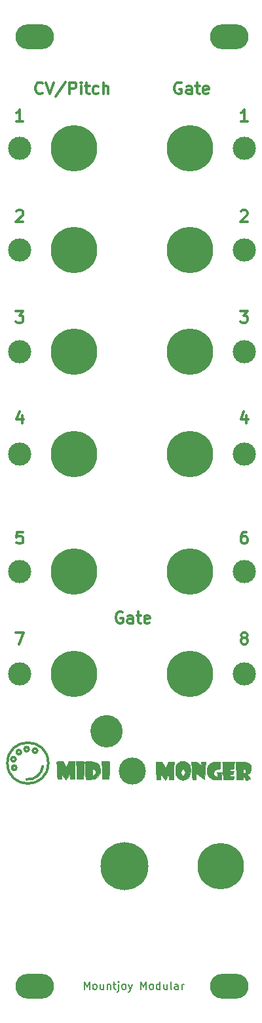
<source format=gbr>
G04 #@! TF.GenerationSoftware,KiCad,Pcbnew,8.0.4*
G04 #@! TF.CreationDate,2024-08-06T17:15:24+01:00*
G04 #@! TF.ProjectId,MidiMonger_panel,4d696469-4d6f-46e6-9765-725f70616e65,rev?*
G04 #@! TF.SameCoordinates,Original*
G04 #@! TF.FileFunction,Soldermask,Top*
G04 #@! TF.FilePolarity,Negative*
%FSLAX46Y46*%
G04 Gerber Fmt 4.6, Leading zero omitted, Abs format (unit mm)*
G04 Created by KiCad (PCBNEW 8.0.4) date 2024-08-06 17:15:24*
%MOMM*%
%LPD*%
G01*
G04 APERTURE LIST*
%ADD10C,0.300000*%
%ADD11C,0.200000*%
%ADD12C,2.074846*%
%ADD13C,0.020000*%
%ADD14C,0.010000*%
%ADD15C,6.200000*%
%ADD16C,6.000000*%
%ADD17O,5.000000X3.200000*%
%ADD18C,3.500000*%
%ADD19C,3.000000*%
G04 APERTURE END LIST*
D10*
X105048300Y-132304622D02*
G75*
G02*
X104482614Y-132304622I-282843J0D01*
G01*
X104482614Y-132304622D02*
G75*
G02*
X105048300Y-132304622I282843J0D01*
G01*
X107748300Y-130104622D02*
G75*
G02*
X107182614Y-130104622I-282843J0D01*
G01*
X107182614Y-130104622D02*
G75*
G02*
X107748300Y-130104622I282843J0D01*
G01*
X106648300Y-129904622D02*
G75*
G02*
X106082614Y-129904622I-282843J0D01*
G01*
X106082614Y-129904622D02*
G75*
G02*
X106648300Y-129904622I282843J0D01*
G01*
X105648300Y-130304622D02*
G75*
G02*
X105082614Y-130304622I-282843J0D01*
G01*
X105082614Y-130304622D02*
G75*
G02*
X105648300Y-130304622I282843J0D01*
G01*
X118742857Y-112249757D02*
X118600000Y-112178328D01*
X118600000Y-112178328D02*
X118385714Y-112178328D01*
X118385714Y-112178328D02*
X118171428Y-112249757D01*
X118171428Y-112249757D02*
X118028571Y-112392614D01*
X118028571Y-112392614D02*
X117957142Y-112535471D01*
X117957142Y-112535471D02*
X117885714Y-112821185D01*
X117885714Y-112821185D02*
X117885714Y-113035471D01*
X117885714Y-113035471D02*
X117957142Y-113321185D01*
X117957142Y-113321185D02*
X118028571Y-113464042D01*
X118028571Y-113464042D02*
X118171428Y-113606900D01*
X118171428Y-113606900D02*
X118385714Y-113678328D01*
X118385714Y-113678328D02*
X118528571Y-113678328D01*
X118528571Y-113678328D02*
X118742857Y-113606900D01*
X118742857Y-113606900D02*
X118814285Y-113535471D01*
X118814285Y-113535471D02*
X118814285Y-113035471D01*
X118814285Y-113035471D02*
X118528571Y-113035471D01*
X120100000Y-113678328D02*
X120100000Y-112892614D01*
X120100000Y-112892614D02*
X120028571Y-112749757D01*
X120028571Y-112749757D02*
X119885714Y-112678328D01*
X119885714Y-112678328D02*
X119600000Y-112678328D01*
X119600000Y-112678328D02*
X119457142Y-112749757D01*
X120100000Y-113606900D02*
X119957142Y-113678328D01*
X119957142Y-113678328D02*
X119600000Y-113678328D01*
X119600000Y-113678328D02*
X119457142Y-113606900D01*
X119457142Y-113606900D02*
X119385714Y-113464042D01*
X119385714Y-113464042D02*
X119385714Y-113321185D01*
X119385714Y-113321185D02*
X119457142Y-113178328D01*
X119457142Y-113178328D02*
X119600000Y-113106900D01*
X119600000Y-113106900D02*
X119957142Y-113106900D01*
X119957142Y-113106900D02*
X120100000Y-113035471D01*
X120600000Y-112678328D02*
X121171428Y-112678328D01*
X120814285Y-112178328D02*
X120814285Y-113464042D01*
X120814285Y-113464042D02*
X120885714Y-113606900D01*
X120885714Y-113606900D02*
X121028571Y-113678328D01*
X121028571Y-113678328D02*
X121171428Y-113678328D01*
X122242857Y-113606900D02*
X122100000Y-113678328D01*
X122100000Y-113678328D02*
X121814286Y-113678328D01*
X121814286Y-113678328D02*
X121671428Y-113606900D01*
X121671428Y-113606900D02*
X121600000Y-113464042D01*
X121600000Y-113464042D02*
X121600000Y-112892614D01*
X121600000Y-112892614D02*
X121671428Y-112749757D01*
X121671428Y-112749757D02*
X121814286Y-112678328D01*
X121814286Y-112678328D02*
X122100000Y-112678328D01*
X122100000Y-112678328D02*
X122242857Y-112749757D01*
X122242857Y-112749757D02*
X122314286Y-112892614D01*
X122314286Y-112892614D02*
X122314286Y-113035471D01*
X122314286Y-113035471D02*
X121600000Y-113178328D01*
X108465457Y-132104622D02*
G75*
G02*
X106365457Y-133804622I-1900000J200000D01*
G01*
X104948300Y-131204622D02*
G75*
G02*
X104382614Y-131204622I-282843J0D01*
G01*
X104382614Y-131204622D02*
G75*
G02*
X104948300Y-131204622I282843J0D01*
G01*
X109165458Y-131704622D02*
G75*
G02*
X103885306Y-131704622I-2640076J0D01*
G01*
X103885306Y-131704622D02*
G75*
G02*
X109165458Y-131704622I2640076J0D01*
G01*
X126342857Y-43949757D02*
X126200000Y-43878328D01*
X126200000Y-43878328D02*
X125985714Y-43878328D01*
X125985714Y-43878328D02*
X125771428Y-43949757D01*
X125771428Y-43949757D02*
X125628571Y-44092614D01*
X125628571Y-44092614D02*
X125557142Y-44235471D01*
X125557142Y-44235471D02*
X125485714Y-44521185D01*
X125485714Y-44521185D02*
X125485714Y-44735471D01*
X125485714Y-44735471D02*
X125557142Y-45021185D01*
X125557142Y-45021185D02*
X125628571Y-45164042D01*
X125628571Y-45164042D02*
X125771428Y-45306900D01*
X125771428Y-45306900D02*
X125985714Y-45378328D01*
X125985714Y-45378328D02*
X126128571Y-45378328D01*
X126128571Y-45378328D02*
X126342857Y-45306900D01*
X126342857Y-45306900D02*
X126414285Y-45235471D01*
X126414285Y-45235471D02*
X126414285Y-44735471D01*
X126414285Y-44735471D02*
X126128571Y-44735471D01*
X127700000Y-45378328D02*
X127700000Y-44592614D01*
X127700000Y-44592614D02*
X127628571Y-44449757D01*
X127628571Y-44449757D02*
X127485714Y-44378328D01*
X127485714Y-44378328D02*
X127200000Y-44378328D01*
X127200000Y-44378328D02*
X127057142Y-44449757D01*
X127700000Y-45306900D02*
X127557142Y-45378328D01*
X127557142Y-45378328D02*
X127200000Y-45378328D01*
X127200000Y-45378328D02*
X127057142Y-45306900D01*
X127057142Y-45306900D02*
X126985714Y-45164042D01*
X126985714Y-45164042D02*
X126985714Y-45021185D01*
X126985714Y-45021185D02*
X127057142Y-44878328D01*
X127057142Y-44878328D02*
X127200000Y-44806900D01*
X127200000Y-44806900D02*
X127557142Y-44806900D01*
X127557142Y-44806900D02*
X127700000Y-44735471D01*
X128200000Y-44378328D02*
X128771428Y-44378328D01*
X128414285Y-43878328D02*
X128414285Y-45164042D01*
X128414285Y-45164042D02*
X128485714Y-45306900D01*
X128485714Y-45306900D02*
X128628571Y-45378328D01*
X128628571Y-45378328D02*
X128771428Y-45378328D01*
X129842857Y-45306900D02*
X129700000Y-45378328D01*
X129700000Y-45378328D02*
X129414286Y-45378328D01*
X129414286Y-45378328D02*
X129271428Y-45306900D01*
X129271428Y-45306900D02*
X129200000Y-45164042D01*
X129200000Y-45164042D02*
X129200000Y-44592614D01*
X129200000Y-44592614D02*
X129271428Y-44449757D01*
X129271428Y-44449757D02*
X129414286Y-44378328D01*
X129414286Y-44378328D02*
X129700000Y-44378328D01*
X129700000Y-44378328D02*
X129842857Y-44449757D01*
X129842857Y-44449757D02*
X129914286Y-44592614D01*
X129914286Y-44592614D02*
X129914286Y-44735471D01*
X129914286Y-44735471D02*
X129200000Y-44878328D01*
X108428571Y-45235471D02*
X108357143Y-45306900D01*
X108357143Y-45306900D02*
X108142857Y-45378328D01*
X108142857Y-45378328D02*
X108000000Y-45378328D01*
X108000000Y-45378328D02*
X107785714Y-45306900D01*
X107785714Y-45306900D02*
X107642857Y-45164042D01*
X107642857Y-45164042D02*
X107571428Y-45021185D01*
X107571428Y-45021185D02*
X107500000Y-44735471D01*
X107500000Y-44735471D02*
X107500000Y-44521185D01*
X107500000Y-44521185D02*
X107571428Y-44235471D01*
X107571428Y-44235471D02*
X107642857Y-44092614D01*
X107642857Y-44092614D02*
X107785714Y-43949757D01*
X107785714Y-43949757D02*
X108000000Y-43878328D01*
X108000000Y-43878328D02*
X108142857Y-43878328D01*
X108142857Y-43878328D02*
X108357143Y-43949757D01*
X108357143Y-43949757D02*
X108428571Y-44021185D01*
X108857143Y-43878328D02*
X109357143Y-45378328D01*
X109357143Y-45378328D02*
X109857143Y-43878328D01*
X111428571Y-43806900D02*
X110142857Y-45735471D01*
X111928571Y-45378328D02*
X111928571Y-43878328D01*
X111928571Y-43878328D02*
X112500000Y-43878328D01*
X112500000Y-43878328D02*
X112642857Y-43949757D01*
X112642857Y-43949757D02*
X112714286Y-44021185D01*
X112714286Y-44021185D02*
X112785714Y-44164042D01*
X112785714Y-44164042D02*
X112785714Y-44378328D01*
X112785714Y-44378328D02*
X112714286Y-44521185D01*
X112714286Y-44521185D02*
X112642857Y-44592614D01*
X112642857Y-44592614D02*
X112500000Y-44664042D01*
X112500000Y-44664042D02*
X111928571Y-44664042D01*
X113428571Y-45378328D02*
X113428571Y-44378328D01*
X113428571Y-43878328D02*
X113357143Y-43949757D01*
X113357143Y-43949757D02*
X113428571Y-44021185D01*
X113428571Y-44021185D02*
X113500000Y-43949757D01*
X113500000Y-43949757D02*
X113428571Y-43878328D01*
X113428571Y-43878328D02*
X113428571Y-44021185D01*
X113928572Y-44378328D02*
X114500000Y-44378328D01*
X114142857Y-43878328D02*
X114142857Y-45164042D01*
X114142857Y-45164042D02*
X114214286Y-45306900D01*
X114214286Y-45306900D02*
X114357143Y-45378328D01*
X114357143Y-45378328D02*
X114500000Y-45378328D01*
X115642858Y-45306900D02*
X115500000Y-45378328D01*
X115500000Y-45378328D02*
X115214286Y-45378328D01*
X115214286Y-45378328D02*
X115071429Y-45306900D01*
X115071429Y-45306900D02*
X115000000Y-45235471D01*
X115000000Y-45235471D02*
X114928572Y-45092614D01*
X114928572Y-45092614D02*
X114928572Y-44664042D01*
X114928572Y-44664042D02*
X115000000Y-44521185D01*
X115000000Y-44521185D02*
X115071429Y-44449757D01*
X115071429Y-44449757D02*
X115214286Y-44378328D01*
X115214286Y-44378328D02*
X115500000Y-44378328D01*
X115500000Y-44378328D02*
X115642858Y-44449757D01*
X116285714Y-45378328D02*
X116285714Y-43878328D01*
X116928572Y-45378328D02*
X116928572Y-44592614D01*
X116928572Y-44592614D02*
X116857143Y-44449757D01*
X116857143Y-44449757D02*
X116714286Y-44378328D01*
X116714286Y-44378328D02*
X116500000Y-44378328D01*
X116500000Y-44378328D02*
X116357143Y-44449757D01*
X116357143Y-44449757D02*
X116285714Y-44521185D01*
X134785715Y-101878328D02*
X134500000Y-101878328D01*
X134500000Y-101878328D02*
X134357143Y-101949757D01*
X134357143Y-101949757D02*
X134285715Y-102021185D01*
X134285715Y-102021185D02*
X134142857Y-102235471D01*
X134142857Y-102235471D02*
X134071429Y-102521185D01*
X134071429Y-102521185D02*
X134071429Y-103092614D01*
X134071429Y-103092614D02*
X134142857Y-103235471D01*
X134142857Y-103235471D02*
X134214286Y-103306900D01*
X134214286Y-103306900D02*
X134357143Y-103378328D01*
X134357143Y-103378328D02*
X134642857Y-103378328D01*
X134642857Y-103378328D02*
X134785715Y-103306900D01*
X134785715Y-103306900D02*
X134857143Y-103235471D01*
X134857143Y-103235471D02*
X134928572Y-103092614D01*
X134928572Y-103092614D02*
X134928572Y-102735471D01*
X134928572Y-102735471D02*
X134857143Y-102592614D01*
X134857143Y-102592614D02*
X134785715Y-102521185D01*
X134785715Y-102521185D02*
X134642857Y-102449757D01*
X134642857Y-102449757D02*
X134357143Y-102449757D01*
X134357143Y-102449757D02*
X134214286Y-102521185D01*
X134214286Y-102521185D02*
X134142857Y-102592614D01*
X134142857Y-102592614D02*
X134071429Y-102735471D01*
X134357143Y-115521185D02*
X134214286Y-115449757D01*
X134214286Y-115449757D02*
X134142857Y-115378328D01*
X134142857Y-115378328D02*
X134071429Y-115235471D01*
X134071429Y-115235471D02*
X134071429Y-115164042D01*
X134071429Y-115164042D02*
X134142857Y-115021185D01*
X134142857Y-115021185D02*
X134214286Y-114949757D01*
X134214286Y-114949757D02*
X134357143Y-114878328D01*
X134357143Y-114878328D02*
X134642857Y-114878328D01*
X134642857Y-114878328D02*
X134785715Y-114949757D01*
X134785715Y-114949757D02*
X134857143Y-115021185D01*
X134857143Y-115021185D02*
X134928572Y-115164042D01*
X134928572Y-115164042D02*
X134928572Y-115235471D01*
X134928572Y-115235471D02*
X134857143Y-115378328D01*
X134857143Y-115378328D02*
X134785715Y-115449757D01*
X134785715Y-115449757D02*
X134642857Y-115521185D01*
X134642857Y-115521185D02*
X134357143Y-115521185D01*
X134357143Y-115521185D02*
X134214286Y-115592614D01*
X134214286Y-115592614D02*
X134142857Y-115664042D01*
X134142857Y-115664042D02*
X134071429Y-115806900D01*
X134071429Y-115806900D02*
X134071429Y-116092614D01*
X134071429Y-116092614D02*
X134142857Y-116235471D01*
X134142857Y-116235471D02*
X134214286Y-116306900D01*
X134214286Y-116306900D02*
X134357143Y-116378328D01*
X134357143Y-116378328D02*
X134642857Y-116378328D01*
X134642857Y-116378328D02*
X134785715Y-116306900D01*
X134785715Y-116306900D02*
X134857143Y-116235471D01*
X134857143Y-116235471D02*
X134928572Y-116092614D01*
X134928572Y-116092614D02*
X134928572Y-115806900D01*
X134928572Y-115806900D02*
X134857143Y-115664042D01*
X134857143Y-115664042D02*
X134785715Y-115592614D01*
X134785715Y-115592614D02*
X134642857Y-115521185D01*
X105000000Y-114878328D02*
X106000000Y-114878328D01*
X106000000Y-114878328D02*
X105357143Y-116378328D01*
X105857143Y-101878328D02*
X105142857Y-101878328D01*
X105142857Y-101878328D02*
X105071429Y-102592614D01*
X105071429Y-102592614D02*
X105142857Y-102521185D01*
X105142857Y-102521185D02*
X105285715Y-102449757D01*
X105285715Y-102449757D02*
X105642857Y-102449757D01*
X105642857Y-102449757D02*
X105785715Y-102521185D01*
X105785715Y-102521185D02*
X105857143Y-102592614D01*
X105857143Y-102592614D02*
X105928572Y-102735471D01*
X105928572Y-102735471D02*
X105928572Y-103092614D01*
X105928572Y-103092614D02*
X105857143Y-103235471D01*
X105857143Y-103235471D02*
X105785715Y-103306900D01*
X105785715Y-103306900D02*
X105642857Y-103378328D01*
X105642857Y-103378328D02*
X105285715Y-103378328D01*
X105285715Y-103378328D02*
X105142857Y-103306900D01*
X105142857Y-103306900D02*
X105071429Y-103235471D01*
X134785715Y-86878328D02*
X134785715Y-87878328D01*
X134428572Y-86306900D02*
X134071429Y-87378328D01*
X134071429Y-87378328D02*
X135000000Y-87378328D01*
X134000000Y-73378328D02*
X134928572Y-73378328D01*
X134928572Y-73378328D02*
X134428572Y-73949757D01*
X134428572Y-73949757D02*
X134642857Y-73949757D01*
X134642857Y-73949757D02*
X134785715Y-74021185D01*
X134785715Y-74021185D02*
X134857143Y-74092614D01*
X134857143Y-74092614D02*
X134928572Y-74235471D01*
X134928572Y-74235471D02*
X134928572Y-74592614D01*
X134928572Y-74592614D02*
X134857143Y-74735471D01*
X134857143Y-74735471D02*
X134785715Y-74806900D01*
X134785715Y-74806900D02*
X134642857Y-74878328D01*
X134642857Y-74878328D02*
X134214286Y-74878328D01*
X134214286Y-74878328D02*
X134071429Y-74806900D01*
X134071429Y-74806900D02*
X134000000Y-74735471D01*
X134071429Y-60521185D02*
X134142857Y-60449757D01*
X134142857Y-60449757D02*
X134285715Y-60378328D01*
X134285715Y-60378328D02*
X134642857Y-60378328D01*
X134642857Y-60378328D02*
X134785715Y-60449757D01*
X134785715Y-60449757D02*
X134857143Y-60521185D01*
X134857143Y-60521185D02*
X134928572Y-60664042D01*
X134928572Y-60664042D02*
X134928572Y-60806900D01*
X134928572Y-60806900D02*
X134857143Y-61021185D01*
X134857143Y-61021185D02*
X134000000Y-61878328D01*
X134000000Y-61878328D02*
X134928572Y-61878328D01*
X105785715Y-86878328D02*
X105785715Y-87878328D01*
X105428572Y-86306900D02*
X105071429Y-87378328D01*
X105071429Y-87378328D02*
X106000000Y-87378328D01*
X105000000Y-73378328D02*
X105928572Y-73378328D01*
X105928572Y-73378328D02*
X105428572Y-73949757D01*
X105428572Y-73949757D02*
X105642857Y-73949757D01*
X105642857Y-73949757D02*
X105785715Y-74021185D01*
X105785715Y-74021185D02*
X105857143Y-74092614D01*
X105857143Y-74092614D02*
X105928572Y-74235471D01*
X105928572Y-74235471D02*
X105928572Y-74592614D01*
X105928572Y-74592614D02*
X105857143Y-74735471D01*
X105857143Y-74735471D02*
X105785715Y-74806900D01*
X105785715Y-74806900D02*
X105642857Y-74878328D01*
X105642857Y-74878328D02*
X105214286Y-74878328D01*
X105214286Y-74878328D02*
X105071429Y-74806900D01*
X105071429Y-74806900D02*
X105000000Y-74735471D01*
X105071429Y-60521185D02*
X105142857Y-60449757D01*
X105142857Y-60449757D02*
X105285715Y-60378328D01*
X105285715Y-60378328D02*
X105642857Y-60378328D01*
X105642857Y-60378328D02*
X105785715Y-60449757D01*
X105785715Y-60449757D02*
X105857143Y-60521185D01*
X105857143Y-60521185D02*
X105928572Y-60664042D01*
X105928572Y-60664042D02*
X105928572Y-60806900D01*
X105928572Y-60806900D02*
X105857143Y-61021185D01*
X105857143Y-61021185D02*
X105000000Y-61878328D01*
X105000000Y-61878328D02*
X105928572Y-61878328D01*
X134928572Y-48878328D02*
X134071429Y-48878328D01*
X134500000Y-48878328D02*
X134500000Y-47378328D01*
X134500000Y-47378328D02*
X134357143Y-47592614D01*
X134357143Y-47592614D02*
X134214286Y-47735471D01*
X134214286Y-47735471D02*
X134071429Y-47806900D01*
X105928572Y-48878328D02*
X105071429Y-48878328D01*
X105500000Y-48878328D02*
X105500000Y-47378328D01*
X105500000Y-47378328D02*
X105357143Y-47592614D01*
X105357143Y-47592614D02*
X105214286Y-47735471D01*
X105214286Y-47735471D02*
X105071429Y-47806900D01*
D11*
X113819047Y-160902219D02*
X113819047Y-159902219D01*
X113819047Y-159902219D02*
X114152380Y-160616504D01*
X114152380Y-160616504D02*
X114485713Y-159902219D01*
X114485713Y-159902219D02*
X114485713Y-160902219D01*
X115104761Y-160902219D02*
X115009523Y-160854600D01*
X115009523Y-160854600D02*
X114961904Y-160806980D01*
X114961904Y-160806980D02*
X114914285Y-160711742D01*
X114914285Y-160711742D02*
X114914285Y-160426028D01*
X114914285Y-160426028D02*
X114961904Y-160330790D01*
X114961904Y-160330790D02*
X115009523Y-160283171D01*
X115009523Y-160283171D02*
X115104761Y-160235552D01*
X115104761Y-160235552D02*
X115247618Y-160235552D01*
X115247618Y-160235552D02*
X115342856Y-160283171D01*
X115342856Y-160283171D02*
X115390475Y-160330790D01*
X115390475Y-160330790D02*
X115438094Y-160426028D01*
X115438094Y-160426028D02*
X115438094Y-160711742D01*
X115438094Y-160711742D02*
X115390475Y-160806980D01*
X115390475Y-160806980D02*
X115342856Y-160854600D01*
X115342856Y-160854600D02*
X115247618Y-160902219D01*
X115247618Y-160902219D02*
X115104761Y-160902219D01*
X116295237Y-160235552D02*
X116295237Y-160902219D01*
X115866666Y-160235552D02*
X115866666Y-160759361D01*
X115866666Y-160759361D02*
X115914285Y-160854600D01*
X115914285Y-160854600D02*
X116009523Y-160902219D01*
X116009523Y-160902219D02*
X116152380Y-160902219D01*
X116152380Y-160902219D02*
X116247618Y-160854600D01*
X116247618Y-160854600D02*
X116295237Y-160806980D01*
X116771428Y-160235552D02*
X116771428Y-160902219D01*
X116771428Y-160330790D02*
X116819047Y-160283171D01*
X116819047Y-160283171D02*
X116914285Y-160235552D01*
X116914285Y-160235552D02*
X117057142Y-160235552D01*
X117057142Y-160235552D02*
X117152380Y-160283171D01*
X117152380Y-160283171D02*
X117199999Y-160378409D01*
X117199999Y-160378409D02*
X117199999Y-160902219D01*
X117533333Y-160235552D02*
X117914285Y-160235552D01*
X117676190Y-159902219D02*
X117676190Y-160759361D01*
X117676190Y-160759361D02*
X117723809Y-160854600D01*
X117723809Y-160854600D02*
X117819047Y-160902219D01*
X117819047Y-160902219D02*
X117914285Y-160902219D01*
X118247619Y-160235552D02*
X118247619Y-161092695D01*
X118247619Y-161092695D02*
X118200000Y-161187933D01*
X118200000Y-161187933D02*
X118104762Y-161235552D01*
X118104762Y-161235552D02*
X118057143Y-161235552D01*
X118247619Y-159902219D02*
X118200000Y-159949838D01*
X118200000Y-159949838D02*
X118247619Y-159997457D01*
X118247619Y-159997457D02*
X118295238Y-159949838D01*
X118295238Y-159949838D02*
X118247619Y-159902219D01*
X118247619Y-159902219D02*
X118247619Y-159997457D01*
X118866666Y-160902219D02*
X118771428Y-160854600D01*
X118771428Y-160854600D02*
X118723809Y-160806980D01*
X118723809Y-160806980D02*
X118676190Y-160711742D01*
X118676190Y-160711742D02*
X118676190Y-160426028D01*
X118676190Y-160426028D02*
X118723809Y-160330790D01*
X118723809Y-160330790D02*
X118771428Y-160283171D01*
X118771428Y-160283171D02*
X118866666Y-160235552D01*
X118866666Y-160235552D02*
X119009523Y-160235552D01*
X119009523Y-160235552D02*
X119104761Y-160283171D01*
X119104761Y-160283171D02*
X119152380Y-160330790D01*
X119152380Y-160330790D02*
X119199999Y-160426028D01*
X119199999Y-160426028D02*
X119199999Y-160711742D01*
X119199999Y-160711742D02*
X119152380Y-160806980D01*
X119152380Y-160806980D02*
X119104761Y-160854600D01*
X119104761Y-160854600D02*
X119009523Y-160902219D01*
X119009523Y-160902219D02*
X118866666Y-160902219D01*
X119533333Y-160235552D02*
X119771428Y-160902219D01*
X120009523Y-160235552D02*
X119771428Y-160902219D01*
X119771428Y-160902219D02*
X119676190Y-161140314D01*
X119676190Y-161140314D02*
X119628571Y-161187933D01*
X119628571Y-161187933D02*
X119533333Y-161235552D01*
X121152381Y-160902219D02*
X121152381Y-159902219D01*
X121152381Y-159902219D02*
X121485714Y-160616504D01*
X121485714Y-160616504D02*
X121819047Y-159902219D01*
X121819047Y-159902219D02*
X121819047Y-160902219D01*
X122438095Y-160902219D02*
X122342857Y-160854600D01*
X122342857Y-160854600D02*
X122295238Y-160806980D01*
X122295238Y-160806980D02*
X122247619Y-160711742D01*
X122247619Y-160711742D02*
X122247619Y-160426028D01*
X122247619Y-160426028D02*
X122295238Y-160330790D01*
X122295238Y-160330790D02*
X122342857Y-160283171D01*
X122342857Y-160283171D02*
X122438095Y-160235552D01*
X122438095Y-160235552D02*
X122580952Y-160235552D01*
X122580952Y-160235552D02*
X122676190Y-160283171D01*
X122676190Y-160283171D02*
X122723809Y-160330790D01*
X122723809Y-160330790D02*
X122771428Y-160426028D01*
X122771428Y-160426028D02*
X122771428Y-160711742D01*
X122771428Y-160711742D02*
X122723809Y-160806980D01*
X122723809Y-160806980D02*
X122676190Y-160854600D01*
X122676190Y-160854600D02*
X122580952Y-160902219D01*
X122580952Y-160902219D02*
X122438095Y-160902219D01*
X123628571Y-160902219D02*
X123628571Y-159902219D01*
X123628571Y-160854600D02*
X123533333Y-160902219D01*
X123533333Y-160902219D02*
X123342857Y-160902219D01*
X123342857Y-160902219D02*
X123247619Y-160854600D01*
X123247619Y-160854600D02*
X123200000Y-160806980D01*
X123200000Y-160806980D02*
X123152381Y-160711742D01*
X123152381Y-160711742D02*
X123152381Y-160426028D01*
X123152381Y-160426028D02*
X123200000Y-160330790D01*
X123200000Y-160330790D02*
X123247619Y-160283171D01*
X123247619Y-160283171D02*
X123342857Y-160235552D01*
X123342857Y-160235552D02*
X123533333Y-160235552D01*
X123533333Y-160235552D02*
X123628571Y-160283171D01*
X124533333Y-160235552D02*
X124533333Y-160902219D01*
X124104762Y-160235552D02*
X124104762Y-160759361D01*
X124104762Y-160759361D02*
X124152381Y-160854600D01*
X124152381Y-160854600D02*
X124247619Y-160902219D01*
X124247619Y-160902219D02*
X124390476Y-160902219D01*
X124390476Y-160902219D02*
X124485714Y-160854600D01*
X124485714Y-160854600D02*
X124533333Y-160806980D01*
X125152381Y-160902219D02*
X125057143Y-160854600D01*
X125057143Y-160854600D02*
X125009524Y-160759361D01*
X125009524Y-160759361D02*
X125009524Y-159902219D01*
X125961905Y-160902219D02*
X125961905Y-160378409D01*
X125961905Y-160378409D02*
X125914286Y-160283171D01*
X125914286Y-160283171D02*
X125819048Y-160235552D01*
X125819048Y-160235552D02*
X125628572Y-160235552D01*
X125628572Y-160235552D02*
X125533334Y-160283171D01*
X125961905Y-160854600D02*
X125866667Y-160902219D01*
X125866667Y-160902219D02*
X125628572Y-160902219D01*
X125628572Y-160902219D02*
X125533334Y-160854600D01*
X125533334Y-160854600D02*
X125485715Y-160759361D01*
X125485715Y-160759361D02*
X125485715Y-160664123D01*
X125485715Y-160664123D02*
X125533334Y-160568885D01*
X125533334Y-160568885D02*
X125628572Y-160521266D01*
X125628572Y-160521266D02*
X125866667Y-160521266D01*
X125866667Y-160521266D02*
X125961905Y-160473647D01*
X126438096Y-160902219D02*
X126438096Y-160235552D01*
X126438096Y-160426028D02*
X126485715Y-160330790D01*
X126485715Y-160330790D02*
X126533334Y-160283171D01*
X126533334Y-160283171D02*
X126628572Y-160235552D01*
X126628572Y-160235552D02*
X126723810Y-160235552D01*
D12*
X117737423Y-127600000D02*
G75*
G02*
X115662577Y-127600000I-1037423J0D01*
G01*
X115662577Y-127600000D02*
G75*
G02*
X117737423Y-127600000I1037423J0D01*
G01*
D13*
X117125000Y-126100000D02*
X117500000Y-126250000D01*
X117900000Y-126600000D01*
X118150000Y-127000000D01*
X118275000Y-127600000D01*
X118150000Y-128200000D01*
X117900000Y-128600000D01*
X117500000Y-128950000D01*
X117125000Y-129100000D01*
X116700000Y-129175000D01*
X116300000Y-129100000D01*
X115900000Y-128950000D01*
X115500000Y-128600000D01*
X115250000Y-128200000D01*
X115125000Y-127600000D01*
X115250000Y-127000000D01*
X115500000Y-126600000D01*
X115900000Y-126250000D01*
X116300000Y-126100000D01*
X116700000Y-126025000D01*
X117125000Y-126100000D01*
G36*
X117125000Y-126100000D02*
G01*
X117500000Y-126250000D01*
X117900000Y-126600000D01*
X118150000Y-127000000D01*
X118275000Y-127600000D01*
X118150000Y-128200000D01*
X117900000Y-128600000D01*
X117500000Y-128950000D01*
X117125000Y-129100000D01*
X116700000Y-129175000D01*
X116300000Y-129100000D01*
X115900000Y-128950000D01*
X115500000Y-128600000D01*
X115250000Y-128200000D01*
X115125000Y-127600000D01*
X115250000Y-127000000D01*
X115500000Y-126600000D01*
X115900000Y-126250000D01*
X116300000Y-126100000D01*
X116700000Y-126025000D01*
X117125000Y-126100000D01*
G37*
D14*
X116825957Y-131491764D02*
X116981011Y-131496509D01*
X117068513Y-131509029D01*
X117105487Y-131533097D01*
X117108957Y-131572488D01*
X117101974Y-131605321D01*
X117091900Y-131689711D01*
X117079763Y-131858233D01*
X117066528Y-132093463D01*
X117053158Y-132377978D01*
X117040619Y-132694357D01*
X117038700Y-132748322D01*
X117002723Y-133777022D01*
X116164157Y-133777022D01*
X116130405Y-132773722D01*
X116118613Y-132455502D01*
X116105787Y-132164244D01*
X116092892Y-131918213D01*
X116080893Y-131735674D01*
X116070756Y-131634892D01*
X116070019Y-131630722D01*
X116043384Y-131491022D01*
X116586327Y-131491021D01*
X116825957Y-131491764D01*
G36*
X116825957Y-131491764D02*
G01*
X116981011Y-131496509D01*
X117068513Y-131509029D01*
X117105487Y-131533097D01*
X117108957Y-131572488D01*
X117101974Y-131605321D01*
X117091900Y-131689711D01*
X117079763Y-131858233D01*
X117066528Y-132093463D01*
X117053158Y-132377978D01*
X117040619Y-132694357D01*
X117038700Y-132748322D01*
X117002723Y-133777022D01*
X116164157Y-133777022D01*
X116130405Y-132773722D01*
X116118613Y-132455502D01*
X116105787Y-132164244D01*
X116092892Y-131918213D01*
X116080893Y-131735674D01*
X116070756Y-131634892D01*
X116070019Y-131630722D01*
X116043384Y-131491022D01*
X116586327Y-131491021D01*
X116825957Y-131491764D01*
G37*
X114997941Y-131515108D02*
X115326078Y-131638554D01*
X115589418Y-131823001D01*
X115761787Y-132038152D01*
X115837232Y-132234587D01*
X115880401Y-132486958D01*
X115887414Y-132753647D01*
X115854389Y-132993037D01*
X115851768Y-133002988D01*
X115736368Y-133257011D01*
X115547255Y-133485542D01*
X115312129Y-133656904D01*
X115256189Y-133684134D01*
X115080013Y-133737486D01*
X114840049Y-133778458D01*
X114573740Y-133803331D01*
X114318529Y-133808387D01*
X114141589Y-133794816D01*
X113984322Y-133771753D01*
X113960065Y-133125623D01*
X114836969Y-133125623D01*
X114838249Y-133262708D01*
X114850949Y-133333800D01*
X114879181Y-133356679D01*
X114927060Y-133349122D01*
X114944597Y-133343958D01*
X115075184Y-133280002D01*
X115155355Y-133218603D01*
X115220540Y-133111678D01*
X115267297Y-132955792D01*
X115274898Y-132905814D01*
X115263179Y-132692966D01*
X115179266Y-132538798D01*
X115030591Y-132455067D01*
X114984657Y-132446578D01*
X114925304Y-132442573D01*
X114887417Y-132460788D01*
X114865261Y-132519774D01*
X114853100Y-132638081D01*
X114845199Y-132834261D01*
X114842997Y-132904767D01*
X114836969Y-133125623D01*
X113960065Y-133125623D01*
X113950083Y-132859738D01*
X113937152Y-132548027D01*
X113922774Y-132255738D01*
X113908185Y-132004543D01*
X113894619Y-131816116D01*
X113885445Y-131725934D01*
X113855045Y-131504144D01*
X114193233Y-131467927D01*
X114616496Y-131456840D01*
X114997941Y-131515108D01*
G36*
X114997941Y-131515108D02*
G01*
X115326078Y-131638554D01*
X115589418Y-131823001D01*
X115761787Y-132038152D01*
X115837232Y-132234587D01*
X115880401Y-132486958D01*
X115887414Y-132753647D01*
X115854389Y-132993037D01*
X115851768Y-133002988D01*
X115736368Y-133257011D01*
X115547255Y-133485542D01*
X115312129Y-133656904D01*
X115256189Y-133684134D01*
X115080013Y-133737486D01*
X114840049Y-133778458D01*
X114573740Y-133803331D01*
X114318529Y-133808387D01*
X114141589Y-133794816D01*
X113984322Y-133771753D01*
X113960065Y-133125623D01*
X114836969Y-133125623D01*
X114838249Y-133262708D01*
X114850949Y-133333800D01*
X114879181Y-133356679D01*
X114927060Y-133349122D01*
X114944597Y-133343958D01*
X115075184Y-133280002D01*
X115155355Y-133218603D01*
X115220540Y-133111678D01*
X115267297Y-132955792D01*
X115274898Y-132905814D01*
X115263179Y-132692966D01*
X115179266Y-132538798D01*
X115030591Y-132455067D01*
X114984657Y-132446578D01*
X114925304Y-132442573D01*
X114887417Y-132460788D01*
X114865261Y-132519774D01*
X114853100Y-132638081D01*
X114845199Y-132834261D01*
X114842997Y-132904767D01*
X114836969Y-133125623D01*
X113960065Y-133125623D01*
X113950083Y-132859738D01*
X113937152Y-132548027D01*
X113922774Y-132255738D01*
X113908185Y-132004543D01*
X113894619Y-131816116D01*
X113885445Y-131725934D01*
X113855045Y-131504144D01*
X114193233Y-131467927D01*
X114616496Y-131456840D01*
X114997941Y-131515108D01*
G37*
X113523957Y-131491764D02*
X113679011Y-131496509D01*
X113766513Y-131509029D01*
X113803487Y-131533097D01*
X113806957Y-131572488D01*
X113799974Y-131605321D01*
X113789900Y-131689711D01*
X113777763Y-131858233D01*
X113764528Y-132093463D01*
X113751158Y-132377978D01*
X113738619Y-132694357D01*
X113736700Y-132748322D01*
X113700723Y-133777022D01*
X112862157Y-133777022D01*
X112828405Y-132773722D01*
X112816613Y-132455502D01*
X112803787Y-132164244D01*
X112790892Y-131918213D01*
X112778893Y-131735674D01*
X112768756Y-131634892D01*
X112768019Y-131630722D01*
X112741384Y-131491022D01*
X113284327Y-131491021D01*
X113523957Y-131491764D01*
G36*
X113523957Y-131491764D02*
G01*
X113679011Y-131496509D01*
X113766513Y-131509029D01*
X113803487Y-131533097D01*
X113806957Y-131572488D01*
X113799974Y-131605321D01*
X113789900Y-131689711D01*
X113777763Y-131858233D01*
X113764528Y-132093463D01*
X113751158Y-132377978D01*
X113738619Y-132694357D01*
X113736700Y-132748322D01*
X113700723Y-133777022D01*
X112862157Y-133777022D01*
X112828405Y-132773722D01*
X112816613Y-132455502D01*
X112803787Y-132164244D01*
X112790892Y-131918213D01*
X112778893Y-131735674D01*
X112768756Y-131634892D01*
X112768019Y-131630722D01*
X112741384Y-131491022D01*
X113284327Y-131491021D01*
X113523957Y-131491764D01*
G37*
X112612736Y-131491022D02*
X112579702Y-132138722D01*
X112566183Y-132446942D01*
X112555299Y-132777117D01*
X112548339Y-133084926D01*
X112546463Y-133281722D01*
X112546257Y-133777022D01*
X111992099Y-133777022D01*
X111962057Y-133102794D01*
X111712466Y-133465308D01*
X111599940Y-133627856D01*
X111512352Y-133752699D01*
X111463138Y-133820758D01*
X111457151Y-133827822D01*
X111426248Y-133790221D01*
X111348214Y-133689457D01*
X111236961Y-133543580D01*
X111173341Y-133459522D01*
X110895257Y-133091222D01*
X110880235Y-133434122D01*
X110865214Y-133777022D01*
X110368082Y-133777022D01*
X110341791Y-133561122D01*
X110331086Y-133437127D01*
X110318521Y-133234245D01*
X110305290Y-132975143D01*
X110292588Y-132682489D01*
X110285432Y-132492102D01*
X110273790Y-132203747D01*
X110260684Y-131947983D01*
X110247283Y-131743368D01*
X110234758Y-131608460D01*
X110226975Y-131565002D01*
X110229106Y-131528563D01*
X110280688Y-131506117D01*
X110398344Y-131494628D01*
X110598692Y-131491062D01*
X110632097Y-131491022D01*
X111065609Y-131491022D01*
X111193654Y-131770711D01*
X111276375Y-131941936D01*
X111355133Y-132089567D01*
X111397544Y-132158682D01*
X111436517Y-132206265D01*
X111471824Y-132212225D01*
X111515765Y-132163719D01*
X111580640Y-132047902D01*
X111665362Y-131878993D01*
X111857336Y-131491021D01*
X112235036Y-131491021D01*
X112612736Y-131491022D01*
G36*
X112612736Y-131491022D02*
G01*
X112579702Y-132138722D01*
X112566183Y-132446942D01*
X112555299Y-132777117D01*
X112548339Y-133084926D01*
X112546463Y-133281722D01*
X112546257Y-133777022D01*
X111992099Y-133777022D01*
X111962057Y-133102794D01*
X111712466Y-133465308D01*
X111599940Y-133627856D01*
X111512352Y-133752699D01*
X111463138Y-133820758D01*
X111457151Y-133827822D01*
X111426248Y-133790221D01*
X111348214Y-133689457D01*
X111236961Y-133543580D01*
X111173341Y-133459522D01*
X110895257Y-133091222D01*
X110880235Y-133434122D01*
X110865214Y-133777022D01*
X110368082Y-133777022D01*
X110341791Y-133561122D01*
X110331086Y-133437127D01*
X110318521Y-133234245D01*
X110305290Y-132975143D01*
X110292588Y-132682489D01*
X110285432Y-132492102D01*
X110273790Y-132203747D01*
X110260684Y-131947983D01*
X110247283Y-131743368D01*
X110234758Y-131608460D01*
X110226975Y-131565002D01*
X110229106Y-131528563D01*
X110280688Y-131506117D01*
X110398344Y-131494628D01*
X110598692Y-131491062D01*
X110632097Y-131491022D01*
X111065609Y-131491022D01*
X111193654Y-131770711D01*
X111276375Y-131941936D01*
X111355133Y-132089567D01*
X111397544Y-132158682D01*
X111436517Y-132206265D01*
X111471824Y-132212225D01*
X111515765Y-132163719D01*
X111580640Y-132047902D01*
X111665362Y-131878993D01*
X111857336Y-131491021D01*
X112235036Y-131491021D01*
X112612736Y-131491022D01*
G37*
X134306852Y-131522732D02*
X134506744Y-131532887D01*
X134655606Y-131554528D01*
X134778658Y-131590791D01*
X134856657Y-131623648D01*
X135089821Y-131753751D01*
X135239205Y-131902174D01*
X135322413Y-132093826D01*
X135355644Y-132329610D01*
X135362226Y-132522780D01*
X135346027Y-132656442D01*
X135298331Y-132771709D01*
X135242927Y-132861369D01*
X135157272Y-132980124D01*
X135090976Y-133053180D01*
X135071836Y-133064199D01*
X135000461Y-133089162D01*
X134962486Y-133110532D01*
X134935789Y-133150832D01*
X134960040Y-133220603D01*
X135043445Y-133337030D01*
X135108619Y-133416588D01*
X135215732Y-133550005D01*
X135287207Y-133649749D01*
X135307632Y-133694305D01*
X135307590Y-133694344D01*
X135255309Y-133724738D01*
X135139938Y-133785458D01*
X135026635Y-133843094D01*
X134871058Y-133915320D01*
X134777674Y-133939519D01*
X134721934Y-133920563D01*
X134708139Y-133906300D01*
X134653980Y-133826596D01*
X134571992Y-133690393D01*
X134500981Y-133565016D01*
X134350497Y-133292022D01*
X134348657Y-133825422D01*
X133500962Y-133825422D01*
X133457196Y-132810535D01*
X134348739Y-132810535D01*
X134359960Y-132928580D01*
X134379023Y-132975255D01*
X134450966Y-132985091D01*
X134562203Y-132946195D01*
X134640757Y-132896915D01*
X134700351Y-132795341D01*
X134688508Y-132667307D01*
X134611652Y-132551620D01*
X134579490Y-132526814D01*
X134473587Y-132478108D01*
X134401690Y-132477841D01*
X134371509Y-132543365D01*
X134353224Y-132668196D01*
X134348739Y-132810535D01*
X133457196Y-132810535D01*
X133452218Y-132695122D01*
X133438755Y-132367168D01*
X133428050Y-132074741D01*
X133420535Y-131832591D01*
X133416644Y-131655466D01*
X133416809Y-131558115D01*
X133418422Y-131544098D01*
X133472012Y-131535806D01*
X133606701Y-131528658D01*
X133801989Y-131523431D01*
X134030713Y-131520926D01*
X134306852Y-131522732D01*
G36*
X134306852Y-131522732D02*
G01*
X134506744Y-131532887D01*
X134655606Y-131554528D01*
X134778658Y-131590791D01*
X134856657Y-131623648D01*
X135089821Y-131753751D01*
X135239205Y-131902174D01*
X135322413Y-132093826D01*
X135355644Y-132329610D01*
X135362226Y-132522780D01*
X135346027Y-132656442D01*
X135298331Y-132771709D01*
X135242927Y-132861369D01*
X135157272Y-132980124D01*
X135090976Y-133053180D01*
X135071836Y-133064199D01*
X135000461Y-133089162D01*
X134962486Y-133110532D01*
X134935789Y-133150832D01*
X134960040Y-133220603D01*
X135043445Y-133337030D01*
X135108619Y-133416588D01*
X135215732Y-133550005D01*
X135287207Y-133649749D01*
X135307632Y-133694305D01*
X135307590Y-133694344D01*
X135255309Y-133724738D01*
X135139938Y-133785458D01*
X135026635Y-133843094D01*
X134871058Y-133915320D01*
X134777674Y-133939519D01*
X134721934Y-133920563D01*
X134708139Y-133906300D01*
X134653980Y-133826596D01*
X134571992Y-133690393D01*
X134500981Y-133565016D01*
X134350497Y-133292022D01*
X134348657Y-133825422D01*
X133500962Y-133825422D01*
X133457196Y-132810535D01*
X134348739Y-132810535D01*
X134359960Y-132928580D01*
X134379023Y-132975255D01*
X134450966Y-132985091D01*
X134562203Y-132946195D01*
X134640757Y-132896915D01*
X134700351Y-132795341D01*
X134688508Y-132667307D01*
X134611652Y-132551620D01*
X134579490Y-132526814D01*
X134473587Y-132478108D01*
X134401690Y-132477841D01*
X134371509Y-132543365D01*
X134353224Y-132668196D01*
X134348739Y-132810535D01*
X133457196Y-132810535D01*
X133452218Y-132695122D01*
X133438755Y-132367168D01*
X133428050Y-132074741D01*
X133420535Y-131832591D01*
X133416644Y-131655466D01*
X133416809Y-131558115D01*
X133418422Y-131544098D01*
X133472012Y-131535806D01*
X133606701Y-131528658D01*
X133801989Y-131523431D01*
X134030713Y-131520926D01*
X134306852Y-131522732D01*
G37*
X133192425Y-131907721D02*
X133180432Y-132155477D01*
X133164661Y-132318612D01*
X133135557Y-132413944D01*
X133083564Y-132458288D01*
X132999129Y-132468460D01*
X132877699Y-132461619D01*
X132726608Y-132454531D01*
X132650812Y-132468085D01*
X132624415Y-132513833D01*
X132621457Y-132575919D01*
X132628792Y-132653425D01*
X132667971Y-132692530D01*
X132764752Y-132706287D01*
X132881807Y-132707822D01*
X133142157Y-132707822D01*
X133110407Y-132866571D01*
X133088080Y-132991126D01*
X133078658Y-133069354D01*
X133078657Y-133069771D01*
X133033240Y-133096284D01*
X132918334Y-133112184D01*
X132850057Y-133114222D01*
X132709524Y-133118512D01*
X132642968Y-133144028D01*
X132622787Y-133209736D01*
X132621457Y-133271323D01*
X132621457Y-133428425D01*
X132900848Y-133411023D01*
X133180239Y-133393622D01*
X133148176Y-133571422D01*
X133121005Y-133700654D01*
X133096794Y-133782455D01*
X133094386Y-133787322D01*
X133038247Y-133801644D01*
X132900375Y-133813509D01*
X132700632Y-133821790D01*
X132458876Y-133825361D01*
X132422204Y-133825422D01*
X131771747Y-133825422D01*
X131734552Y-132750139D01*
X131722292Y-132426836D01*
X131709221Y-132135975D01*
X131696226Y-131893593D01*
X131684193Y-131715729D01*
X131674009Y-131618423D01*
X131671372Y-131607139D01*
X131679221Y-131580674D01*
X131734565Y-131561802D01*
X131849837Y-131549407D01*
X132037470Y-131542377D01*
X132309895Y-131539597D01*
X132427182Y-131539421D01*
X133208978Y-131539421D01*
X133192425Y-131907721D01*
G36*
X133192425Y-131907721D02*
G01*
X133180432Y-132155477D01*
X133164661Y-132318612D01*
X133135557Y-132413944D01*
X133083564Y-132458288D01*
X132999129Y-132468460D01*
X132877699Y-132461619D01*
X132726608Y-132454531D01*
X132650812Y-132468085D01*
X132624415Y-132513833D01*
X132621457Y-132575919D01*
X132628792Y-132653425D01*
X132667971Y-132692530D01*
X132764752Y-132706287D01*
X132881807Y-132707822D01*
X133142157Y-132707822D01*
X133110407Y-132866571D01*
X133088080Y-132991126D01*
X133078658Y-133069354D01*
X133078657Y-133069771D01*
X133033240Y-133096284D01*
X132918334Y-133112184D01*
X132850057Y-133114222D01*
X132709524Y-133118512D01*
X132642968Y-133144028D01*
X132622787Y-133209736D01*
X132621457Y-133271323D01*
X132621457Y-133428425D01*
X132900848Y-133411023D01*
X133180239Y-133393622D01*
X133148176Y-133571422D01*
X133121005Y-133700654D01*
X133096794Y-133782455D01*
X133094386Y-133787322D01*
X133038247Y-133801644D01*
X132900375Y-133813509D01*
X132700632Y-133821790D01*
X132458876Y-133825361D01*
X132422204Y-133825422D01*
X131771747Y-133825422D01*
X131734552Y-132750139D01*
X131722292Y-132426836D01*
X131709221Y-132135975D01*
X131696226Y-131893593D01*
X131684193Y-131715729D01*
X131674009Y-131618423D01*
X131671372Y-131607139D01*
X131679221Y-131580674D01*
X131734565Y-131561802D01*
X131849837Y-131549407D01*
X132037470Y-131542377D01*
X132309895Y-131539597D01*
X132427182Y-131539421D01*
X133208978Y-131539421D01*
X133192425Y-131907721D01*
G37*
X131369620Y-131851673D02*
X131394918Y-132106047D01*
X131404431Y-132276297D01*
X131393306Y-132379313D01*
X131356688Y-132431980D01*
X131289723Y-132451186D01*
X131196534Y-132453822D01*
X130950863Y-132490998D01*
X130751312Y-132592082D01*
X130610155Y-132741409D01*
X130539665Y-132923310D01*
X130552118Y-133122121D01*
X130593545Y-133223462D01*
X130671661Y-133303334D01*
X130802238Y-133387712D01*
X130940643Y-133451179D01*
X131026187Y-133469822D01*
X131038658Y-133424059D01*
X131037357Y-133305022D01*
X131025296Y-133165022D01*
X130990811Y-132860222D01*
X131604349Y-132860222D01*
X131572424Y-133330122D01*
X131556564Y-133537520D01*
X131540564Y-133703203D01*
X131526877Y-133803466D01*
X131521502Y-133821864D01*
X131459325Y-133838031D01*
X131323201Y-133849525D01*
X131140689Y-133856087D01*
X130939346Y-133857460D01*
X130746732Y-133853384D01*
X130590403Y-133843602D01*
X130509411Y-133831348D01*
X130186147Y-133701553D01*
X129929919Y-133500652D01*
X129748575Y-133237513D01*
X129649966Y-132921004D01*
X129640640Y-132849917D01*
X129645918Y-132489091D01*
X129737996Y-132175008D01*
X129913776Y-131913817D01*
X130170165Y-131711662D01*
X130230319Y-131679122D01*
X130393780Y-131604865D01*
X130544633Y-131562265D01*
X130723072Y-131543196D01*
X130921529Y-131539422D01*
X131336983Y-131539422D01*
X131369620Y-131851673D01*
G36*
X131369620Y-131851673D02*
G01*
X131394918Y-132106047D01*
X131404431Y-132276297D01*
X131393306Y-132379313D01*
X131356688Y-132431980D01*
X131289723Y-132451186D01*
X131196534Y-132453822D01*
X130950863Y-132490998D01*
X130751312Y-132592082D01*
X130610155Y-132741409D01*
X130539665Y-132923310D01*
X130552118Y-133122121D01*
X130593545Y-133223462D01*
X130671661Y-133303334D01*
X130802238Y-133387712D01*
X130940643Y-133451179D01*
X131026187Y-133469822D01*
X131038658Y-133424059D01*
X131037357Y-133305022D01*
X131025296Y-133165022D01*
X130990811Y-132860222D01*
X131604349Y-132860222D01*
X131572424Y-133330122D01*
X131556564Y-133537520D01*
X131540564Y-133703203D01*
X131526877Y-133803466D01*
X131521502Y-133821864D01*
X131459325Y-133838031D01*
X131323201Y-133849525D01*
X131140689Y-133856087D01*
X130939346Y-133857460D01*
X130746732Y-133853384D01*
X130590403Y-133843602D01*
X130509411Y-133831348D01*
X130186147Y-133701553D01*
X129929919Y-133500652D01*
X129748575Y-133237513D01*
X129649966Y-132921004D01*
X129640640Y-132849917D01*
X129645918Y-132489091D01*
X129737996Y-132175008D01*
X129913776Y-131913817D01*
X130170165Y-131711662D01*
X130230319Y-131679122D01*
X130393780Y-131604865D01*
X130544633Y-131562265D01*
X130723072Y-131543196D01*
X130921529Y-131539422D01*
X131336983Y-131539422D01*
X131369620Y-131851673D01*
G37*
X129205883Y-131539390D02*
X129473310Y-131539422D01*
X129440389Y-132263322D01*
X129425540Y-132569169D01*
X129408794Y-132880943D01*
X129392109Y-133163986D01*
X129377442Y-133383637D01*
X129376162Y-133400770D01*
X129344857Y-133814319D01*
X128847636Y-133438870D01*
X128652594Y-133294451D01*
X128485122Y-133175778D01*
X128362603Y-133094802D01*
X128302417Y-133063473D01*
X128301536Y-133063422D01*
X128278103Y-133110097D01*
X128260824Y-133233718D01*
X128252858Y-133409671D01*
X128252657Y-133444422D01*
X128252657Y-133825422D01*
X127806031Y-133825422D01*
X127776197Y-133431722D01*
X127761858Y-133220753D01*
X127745473Y-132945485D01*
X127729159Y-132643133D01*
X127716241Y-132377622D01*
X127703026Y-132121945D01*
X127688563Y-131897812D01*
X127674496Y-131727598D01*
X127662468Y-131633677D01*
X127661164Y-131628322D01*
X127659122Y-131582086D01*
X127698324Y-131555255D01*
X127798231Y-131542736D01*
X127978302Y-131539440D01*
X128001035Y-131539422D01*
X128365861Y-131539421D01*
X128670426Y-131803271D01*
X128974991Y-132067120D01*
X128938457Y-131539358D01*
X129205883Y-131539390D01*
G36*
X129205883Y-131539390D02*
G01*
X129473310Y-131539422D01*
X129440389Y-132263322D01*
X129425540Y-132569169D01*
X129408794Y-132880943D01*
X129392109Y-133163986D01*
X129377442Y-133383637D01*
X129376162Y-133400770D01*
X129344857Y-133814319D01*
X128847636Y-133438870D01*
X128652594Y-133294451D01*
X128485122Y-133175778D01*
X128362603Y-133094802D01*
X128302417Y-133063473D01*
X128301536Y-133063422D01*
X128278103Y-133110097D01*
X128260824Y-133233718D01*
X128252858Y-133409671D01*
X128252657Y-133444422D01*
X128252657Y-133825422D01*
X127806031Y-133825422D01*
X127776197Y-133431722D01*
X127761858Y-133220753D01*
X127745473Y-132945485D01*
X127729159Y-132643133D01*
X127716241Y-132377622D01*
X127703026Y-132121945D01*
X127688563Y-131897812D01*
X127674496Y-131727598D01*
X127662468Y-131633677D01*
X127661164Y-131628322D01*
X127659122Y-131582086D01*
X127698324Y-131555255D01*
X127798231Y-131542736D01*
X127978302Y-131539440D01*
X128001035Y-131539422D01*
X128365861Y-131539421D01*
X128670426Y-131803271D01*
X128974991Y-132067120D01*
X128938457Y-131539358D01*
X129205883Y-131539390D01*
G37*
X126950662Y-131531502D02*
X127198838Y-131686600D01*
X127391907Y-131917026D01*
X127445970Y-132019920D01*
X127512396Y-132247992D01*
X127541626Y-132531133D01*
X127533987Y-132829997D01*
X127489808Y-133105237D01*
X127435588Y-133266622D01*
X127274168Y-133547826D01*
X127080981Y-133737642D01*
X126844308Y-133844282D01*
X126566079Y-133876032D01*
X126297658Y-133844155D01*
X126119955Y-133768001D01*
X125981785Y-133674252D01*
X125877733Y-133572543D01*
X125780040Y-133431379D01*
X125700464Y-133292022D01*
X125642998Y-133166942D01*
X125608497Y-133028847D01*
X125591673Y-132846875D01*
X125591304Y-132828664D01*
X126304579Y-132828664D01*
X126313943Y-133007247D01*
X126361447Y-133174612D01*
X126441907Y-133303341D01*
X126550135Y-133366017D01*
X126576257Y-133368222D01*
X126673220Y-133328565D01*
X126761352Y-133237217D01*
X126830771Y-133067356D01*
X126849867Y-132872828D01*
X126820245Y-132690715D01*
X126743509Y-132558102D01*
X126731495Y-132547505D01*
X126635733Y-132479879D01*
X126576257Y-132453822D01*
X126511880Y-132482836D01*
X126421018Y-132547505D01*
X126338542Y-132666277D01*
X126304579Y-132828664D01*
X125591304Y-132828664D01*
X125587308Y-132631622D01*
X125589860Y-132401146D01*
X125603718Y-132240049D01*
X125635196Y-132116231D01*
X125690606Y-131997593D01*
X125723275Y-131940328D01*
X125873066Y-131730871D01*
X126046889Y-131593010D01*
X126278051Y-131502774D01*
X126359705Y-131482290D01*
X126665057Y-131460482D01*
X126950662Y-131531502D01*
G36*
X126950662Y-131531502D02*
G01*
X127198838Y-131686600D01*
X127391907Y-131917026D01*
X127445970Y-132019920D01*
X127512396Y-132247992D01*
X127541626Y-132531133D01*
X127533987Y-132829997D01*
X127489808Y-133105237D01*
X127435588Y-133266622D01*
X127274168Y-133547826D01*
X127080981Y-133737642D01*
X126844308Y-133844282D01*
X126566079Y-133876032D01*
X126297658Y-133844155D01*
X126119955Y-133768001D01*
X125981785Y-133674252D01*
X125877733Y-133572543D01*
X125780040Y-133431379D01*
X125700464Y-133292022D01*
X125642998Y-133166942D01*
X125608497Y-133028847D01*
X125591673Y-132846875D01*
X125591304Y-132828664D01*
X126304579Y-132828664D01*
X126313943Y-133007247D01*
X126361447Y-133174612D01*
X126441907Y-133303341D01*
X126550135Y-133366017D01*
X126576257Y-133368222D01*
X126673220Y-133328565D01*
X126761352Y-133237217D01*
X126830771Y-133067356D01*
X126849867Y-132872828D01*
X126820245Y-132690715D01*
X126743509Y-132558102D01*
X126731495Y-132547505D01*
X126635733Y-132479879D01*
X126576257Y-132453822D01*
X126511880Y-132482836D01*
X126421018Y-132547505D01*
X126338542Y-132666277D01*
X126304579Y-132828664D01*
X125591304Y-132828664D01*
X125587308Y-132631622D01*
X125589860Y-132401146D01*
X125603718Y-132240049D01*
X125635196Y-132116231D01*
X125690606Y-131997593D01*
X125723275Y-131940328D01*
X125873066Y-131730871D01*
X126046889Y-131593010D01*
X126278051Y-131502774D01*
X126359705Y-131482290D01*
X126665057Y-131460482D01*
X126950662Y-131531502D01*
G37*
X125423536Y-131539422D02*
X125390502Y-132187122D01*
X125376983Y-132495342D01*
X125366099Y-132825517D01*
X125359139Y-133133326D01*
X125357263Y-133330122D01*
X125357057Y-133825422D01*
X124802899Y-133825422D01*
X124772857Y-133151194D01*
X124523266Y-133513708D01*
X124410740Y-133676256D01*
X124323152Y-133801099D01*
X124273938Y-133869158D01*
X124267951Y-133876222D01*
X124237048Y-133838621D01*
X124159014Y-133737857D01*
X124047761Y-133591980D01*
X123984141Y-133507922D01*
X123706057Y-133139622D01*
X123691035Y-133482522D01*
X123676014Y-133825422D01*
X123178882Y-133825422D01*
X123152591Y-133609522D01*
X123141886Y-133485527D01*
X123129321Y-133282645D01*
X123116090Y-133023543D01*
X123103388Y-132730889D01*
X123096232Y-132540502D01*
X123084590Y-132252147D01*
X123071484Y-131996383D01*
X123058083Y-131791768D01*
X123045558Y-131656860D01*
X123037775Y-131613402D01*
X123039906Y-131576963D01*
X123091488Y-131554517D01*
X123209144Y-131543028D01*
X123409492Y-131539462D01*
X123442897Y-131539422D01*
X123876409Y-131539422D01*
X124004454Y-131819111D01*
X124087175Y-131990336D01*
X124165933Y-132137967D01*
X124208344Y-132207082D01*
X124247317Y-132254665D01*
X124282624Y-132260625D01*
X124326565Y-132212119D01*
X124391440Y-132096302D01*
X124476162Y-131927393D01*
X124668136Y-131539421D01*
X125045836Y-131539421D01*
X125423536Y-131539422D01*
G36*
X125423536Y-131539422D02*
G01*
X125390502Y-132187122D01*
X125376983Y-132495342D01*
X125366099Y-132825517D01*
X125359139Y-133133326D01*
X125357263Y-133330122D01*
X125357057Y-133825422D01*
X124802899Y-133825422D01*
X124772857Y-133151194D01*
X124523266Y-133513708D01*
X124410740Y-133676256D01*
X124323152Y-133801099D01*
X124273938Y-133869158D01*
X124267951Y-133876222D01*
X124237048Y-133838621D01*
X124159014Y-133737857D01*
X124047761Y-133591980D01*
X123984141Y-133507922D01*
X123706057Y-133139622D01*
X123691035Y-133482522D01*
X123676014Y-133825422D01*
X123178882Y-133825422D01*
X123152591Y-133609522D01*
X123141886Y-133485527D01*
X123129321Y-133282645D01*
X123116090Y-133023543D01*
X123103388Y-132730889D01*
X123096232Y-132540502D01*
X123084590Y-132252147D01*
X123071484Y-131996383D01*
X123058083Y-131791768D01*
X123045558Y-131656860D01*
X123037775Y-131613402D01*
X123039906Y-131576963D01*
X123091488Y-131554517D01*
X123209144Y-131543028D01*
X123409492Y-131539462D01*
X123442897Y-131539422D01*
X123876409Y-131539422D01*
X124004454Y-131819111D01*
X124087175Y-131990336D01*
X124165933Y-132137967D01*
X124208344Y-132207082D01*
X124247317Y-132254665D01*
X124282624Y-132260625D01*
X124326565Y-132212119D01*
X124391440Y-132096302D01*
X124476162Y-131927393D01*
X124668136Y-131539421D01*
X125045836Y-131539421D01*
X125423536Y-131539422D01*
G37*
D15*
X119000000Y-145000000D03*
D16*
X131500000Y-145000000D03*
X127500000Y-120200000D03*
X112500000Y-120200000D03*
X112500000Y-107000000D03*
X127500000Y-107000000D03*
X127500000Y-91800000D03*
X112500000Y-91800000D03*
X112500000Y-78600000D03*
X127500000Y-78600000D03*
X127500000Y-65500000D03*
X112500000Y-65500000D03*
X127500000Y-52400000D03*
X112500000Y-52400000D03*
D17*
X132600000Y-38000000D03*
X107400000Y-38000000D03*
X132600000Y-160500000D03*
X107400000Y-160500000D03*
D18*
X120000000Y-132750000D03*
D19*
X134500000Y-120200000D03*
X134500000Y-107000000D03*
X134500000Y-91800000D03*
X134500000Y-78600000D03*
X134500000Y-65500000D03*
X134500000Y-52400000D03*
X105500000Y-120200000D03*
X105500000Y-107000000D03*
X105500000Y-91800000D03*
X105500000Y-78600000D03*
X105500000Y-65500000D03*
X105500000Y-52400000D03*
M02*

</source>
